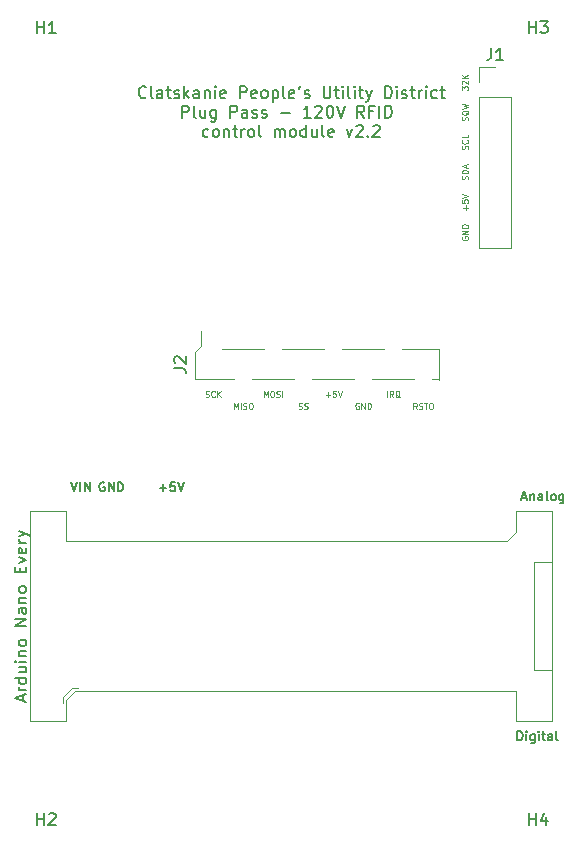
<source format=gto>
G04 #@! TF.GenerationSoftware,KiCad,Pcbnew,(5.1.5)-3*
G04 #@! TF.CreationDate,2020-07-28T07:49:15-07:00*
G04 #@! TF.ProjectId,Plug_Pass,506c7567-5f50-4617-9373-2e6b69636164,v2.2*
G04 #@! TF.SameCoordinates,Original*
G04 #@! TF.FileFunction,Legend,Top*
G04 #@! TF.FilePolarity,Positive*
%FSLAX46Y46*%
G04 Gerber Fmt 4.6, Leading zero omitted, Abs format (unit mm)*
G04 Created by KiCad (PCBNEW (5.1.5)-3) date 2020-07-28 07:49:15*
%MOMM*%
%LPD*%
G04 APERTURE LIST*
%ADD10C,0.150000*%
%ADD11C,0.120000*%
%ADD12C,0.125000*%
%ADD13C,0.127000*%
G04 APERTURE END LIST*
D10*
X140622285Y-64239142D02*
X140574666Y-64286761D01*
X140431809Y-64334380D01*
X140336571Y-64334380D01*
X140193714Y-64286761D01*
X140098476Y-64191523D01*
X140050857Y-64096285D01*
X140003238Y-63905809D01*
X140003238Y-63762952D01*
X140050857Y-63572476D01*
X140098476Y-63477238D01*
X140193714Y-63382000D01*
X140336571Y-63334380D01*
X140431809Y-63334380D01*
X140574666Y-63382000D01*
X140622285Y-63429619D01*
X141193714Y-64334380D02*
X141098476Y-64286761D01*
X141050857Y-64191523D01*
X141050857Y-63334380D01*
X142003238Y-64334380D02*
X142003238Y-63810571D01*
X141955619Y-63715333D01*
X141860380Y-63667714D01*
X141669904Y-63667714D01*
X141574666Y-63715333D01*
X142003238Y-64286761D02*
X141908000Y-64334380D01*
X141669904Y-64334380D01*
X141574666Y-64286761D01*
X141527047Y-64191523D01*
X141527047Y-64096285D01*
X141574666Y-64001047D01*
X141669904Y-63953428D01*
X141908000Y-63953428D01*
X142003238Y-63905809D01*
X142336571Y-63667714D02*
X142717523Y-63667714D01*
X142479428Y-63334380D02*
X142479428Y-64191523D01*
X142527047Y-64286761D01*
X142622285Y-64334380D01*
X142717523Y-64334380D01*
X143003238Y-64286761D02*
X143098476Y-64334380D01*
X143288952Y-64334380D01*
X143384190Y-64286761D01*
X143431809Y-64191523D01*
X143431809Y-64143904D01*
X143384190Y-64048666D01*
X143288952Y-64001047D01*
X143146095Y-64001047D01*
X143050857Y-63953428D01*
X143003238Y-63858190D01*
X143003238Y-63810571D01*
X143050857Y-63715333D01*
X143146095Y-63667714D01*
X143288952Y-63667714D01*
X143384190Y-63715333D01*
X143860380Y-64334380D02*
X143860380Y-63334380D01*
X143955619Y-63953428D02*
X144241333Y-64334380D01*
X144241333Y-63667714D02*
X143860380Y-64048666D01*
X145098476Y-64334380D02*
X145098476Y-63810571D01*
X145050857Y-63715333D01*
X144955619Y-63667714D01*
X144765142Y-63667714D01*
X144669904Y-63715333D01*
X145098476Y-64286761D02*
X145003238Y-64334380D01*
X144765142Y-64334380D01*
X144669904Y-64286761D01*
X144622285Y-64191523D01*
X144622285Y-64096285D01*
X144669904Y-64001047D01*
X144765142Y-63953428D01*
X145003238Y-63953428D01*
X145098476Y-63905809D01*
X145574666Y-63667714D02*
X145574666Y-64334380D01*
X145574666Y-63762952D02*
X145622285Y-63715333D01*
X145717523Y-63667714D01*
X145860380Y-63667714D01*
X145955619Y-63715333D01*
X146003238Y-63810571D01*
X146003238Y-64334380D01*
X146479428Y-64334380D02*
X146479428Y-63667714D01*
X146479428Y-63334380D02*
X146431809Y-63382000D01*
X146479428Y-63429619D01*
X146527047Y-63382000D01*
X146479428Y-63334380D01*
X146479428Y-63429619D01*
X147336571Y-64286761D02*
X147241333Y-64334380D01*
X147050857Y-64334380D01*
X146955619Y-64286761D01*
X146908000Y-64191523D01*
X146908000Y-63810571D01*
X146955619Y-63715333D01*
X147050857Y-63667714D01*
X147241333Y-63667714D01*
X147336571Y-63715333D01*
X147384190Y-63810571D01*
X147384190Y-63905809D01*
X146908000Y-64001047D01*
X148574666Y-64334380D02*
X148574666Y-63334380D01*
X148955619Y-63334380D01*
X149050857Y-63382000D01*
X149098476Y-63429619D01*
X149146095Y-63524857D01*
X149146095Y-63667714D01*
X149098476Y-63762952D01*
X149050857Y-63810571D01*
X148955619Y-63858190D01*
X148574666Y-63858190D01*
X149955619Y-64286761D02*
X149860380Y-64334380D01*
X149669904Y-64334380D01*
X149574666Y-64286761D01*
X149527047Y-64191523D01*
X149527047Y-63810571D01*
X149574666Y-63715333D01*
X149669904Y-63667714D01*
X149860380Y-63667714D01*
X149955619Y-63715333D01*
X150003238Y-63810571D01*
X150003238Y-63905809D01*
X149527047Y-64001047D01*
X150574666Y-64334380D02*
X150479428Y-64286761D01*
X150431809Y-64239142D01*
X150384190Y-64143904D01*
X150384190Y-63858190D01*
X150431809Y-63762952D01*
X150479428Y-63715333D01*
X150574666Y-63667714D01*
X150717523Y-63667714D01*
X150812761Y-63715333D01*
X150860380Y-63762952D01*
X150908000Y-63858190D01*
X150908000Y-64143904D01*
X150860380Y-64239142D01*
X150812761Y-64286761D01*
X150717523Y-64334380D01*
X150574666Y-64334380D01*
X151336571Y-63667714D02*
X151336571Y-64667714D01*
X151336571Y-63715333D02*
X151431809Y-63667714D01*
X151622285Y-63667714D01*
X151717523Y-63715333D01*
X151765142Y-63762952D01*
X151812761Y-63858190D01*
X151812761Y-64143904D01*
X151765142Y-64239142D01*
X151717523Y-64286761D01*
X151622285Y-64334380D01*
X151431809Y-64334380D01*
X151336571Y-64286761D01*
X152384190Y-64334380D02*
X152288952Y-64286761D01*
X152241333Y-64191523D01*
X152241333Y-63334380D01*
X153146095Y-64286761D02*
X153050857Y-64334380D01*
X152860380Y-64334380D01*
X152765142Y-64286761D01*
X152717523Y-64191523D01*
X152717523Y-63810571D01*
X152765142Y-63715333D01*
X152860380Y-63667714D01*
X153050857Y-63667714D01*
X153146095Y-63715333D01*
X153193714Y-63810571D01*
X153193714Y-63905809D01*
X152717523Y-64001047D01*
X153669904Y-63334380D02*
X153574666Y-63524857D01*
X154050857Y-64286761D02*
X154146095Y-64334380D01*
X154336571Y-64334380D01*
X154431809Y-64286761D01*
X154479428Y-64191523D01*
X154479428Y-64143904D01*
X154431809Y-64048666D01*
X154336571Y-64001047D01*
X154193714Y-64001047D01*
X154098476Y-63953428D01*
X154050857Y-63858190D01*
X154050857Y-63810571D01*
X154098476Y-63715333D01*
X154193714Y-63667714D01*
X154336571Y-63667714D01*
X154431809Y-63715333D01*
X155669904Y-63334380D02*
X155669904Y-64143904D01*
X155717523Y-64239142D01*
X155765142Y-64286761D01*
X155860380Y-64334380D01*
X156050857Y-64334380D01*
X156146095Y-64286761D01*
X156193714Y-64239142D01*
X156241333Y-64143904D01*
X156241333Y-63334380D01*
X156574666Y-63667714D02*
X156955619Y-63667714D01*
X156717523Y-63334380D02*
X156717523Y-64191523D01*
X156765142Y-64286761D01*
X156860380Y-64334380D01*
X156955619Y-64334380D01*
X157288952Y-64334380D02*
X157288952Y-63667714D01*
X157288952Y-63334380D02*
X157241333Y-63382000D01*
X157288952Y-63429619D01*
X157336571Y-63382000D01*
X157288952Y-63334380D01*
X157288952Y-63429619D01*
X157908000Y-64334380D02*
X157812761Y-64286761D01*
X157765142Y-64191523D01*
X157765142Y-63334380D01*
X158288952Y-64334380D02*
X158288952Y-63667714D01*
X158288952Y-63334380D02*
X158241333Y-63382000D01*
X158288952Y-63429619D01*
X158336571Y-63382000D01*
X158288952Y-63334380D01*
X158288952Y-63429619D01*
X158622285Y-63667714D02*
X159003238Y-63667714D01*
X158765142Y-63334380D02*
X158765142Y-64191523D01*
X158812761Y-64286761D01*
X158908000Y-64334380D01*
X159003238Y-64334380D01*
X159241333Y-63667714D02*
X159479428Y-64334380D01*
X159717523Y-63667714D02*
X159479428Y-64334380D01*
X159384190Y-64572476D01*
X159336571Y-64620095D01*
X159241333Y-64667714D01*
X160860380Y-64334380D02*
X160860380Y-63334380D01*
X161098476Y-63334380D01*
X161241333Y-63382000D01*
X161336571Y-63477238D01*
X161384190Y-63572476D01*
X161431809Y-63762952D01*
X161431809Y-63905809D01*
X161384190Y-64096285D01*
X161336571Y-64191523D01*
X161241333Y-64286761D01*
X161098476Y-64334380D01*
X160860380Y-64334380D01*
X161860380Y-64334380D02*
X161860380Y-63667714D01*
X161860380Y-63334380D02*
X161812761Y-63382000D01*
X161860380Y-63429619D01*
X161908000Y-63382000D01*
X161860380Y-63334380D01*
X161860380Y-63429619D01*
X162288952Y-64286761D02*
X162384190Y-64334380D01*
X162574666Y-64334380D01*
X162669904Y-64286761D01*
X162717523Y-64191523D01*
X162717523Y-64143904D01*
X162669904Y-64048666D01*
X162574666Y-64001047D01*
X162431809Y-64001047D01*
X162336571Y-63953428D01*
X162288952Y-63858190D01*
X162288952Y-63810571D01*
X162336571Y-63715333D01*
X162431809Y-63667714D01*
X162574666Y-63667714D01*
X162669904Y-63715333D01*
X163003238Y-63667714D02*
X163384190Y-63667714D01*
X163146095Y-63334380D02*
X163146095Y-64191523D01*
X163193714Y-64286761D01*
X163288952Y-64334380D01*
X163384190Y-64334380D01*
X163717523Y-64334380D02*
X163717523Y-63667714D01*
X163717523Y-63858190D02*
X163765142Y-63762952D01*
X163812761Y-63715333D01*
X163908000Y-63667714D01*
X164003238Y-63667714D01*
X164336571Y-64334380D02*
X164336571Y-63667714D01*
X164336571Y-63334380D02*
X164288952Y-63382000D01*
X164336571Y-63429619D01*
X164384190Y-63382000D01*
X164336571Y-63334380D01*
X164336571Y-63429619D01*
X165241333Y-64286761D02*
X165146095Y-64334380D01*
X164955619Y-64334380D01*
X164860380Y-64286761D01*
X164812761Y-64239142D01*
X164765142Y-64143904D01*
X164765142Y-63858190D01*
X164812761Y-63762952D01*
X164860380Y-63715333D01*
X164955619Y-63667714D01*
X165146095Y-63667714D01*
X165241333Y-63715333D01*
X165527047Y-63667714D02*
X165908000Y-63667714D01*
X165669904Y-63334380D02*
X165669904Y-64191523D01*
X165717523Y-64286761D01*
X165812761Y-64334380D01*
X165908000Y-64334380D01*
X143669904Y-65984380D02*
X143669904Y-64984380D01*
X144050857Y-64984380D01*
X144146095Y-65032000D01*
X144193714Y-65079619D01*
X144241333Y-65174857D01*
X144241333Y-65317714D01*
X144193714Y-65412952D01*
X144146095Y-65460571D01*
X144050857Y-65508190D01*
X143669904Y-65508190D01*
X144812761Y-65984380D02*
X144717523Y-65936761D01*
X144669904Y-65841523D01*
X144669904Y-64984380D01*
X145622285Y-65317714D02*
X145622285Y-65984380D01*
X145193714Y-65317714D02*
X145193714Y-65841523D01*
X145241333Y-65936761D01*
X145336571Y-65984380D01*
X145479428Y-65984380D01*
X145574666Y-65936761D01*
X145622285Y-65889142D01*
X146527047Y-65317714D02*
X146527047Y-66127238D01*
X146479428Y-66222476D01*
X146431809Y-66270095D01*
X146336571Y-66317714D01*
X146193714Y-66317714D01*
X146098476Y-66270095D01*
X146527047Y-65936761D02*
X146431809Y-65984380D01*
X146241333Y-65984380D01*
X146146095Y-65936761D01*
X146098476Y-65889142D01*
X146050857Y-65793904D01*
X146050857Y-65508190D01*
X146098476Y-65412952D01*
X146146095Y-65365333D01*
X146241333Y-65317714D01*
X146431809Y-65317714D01*
X146527047Y-65365333D01*
X147765142Y-65984380D02*
X147765142Y-64984380D01*
X148146095Y-64984380D01*
X148241333Y-65032000D01*
X148288952Y-65079619D01*
X148336571Y-65174857D01*
X148336571Y-65317714D01*
X148288952Y-65412952D01*
X148241333Y-65460571D01*
X148146095Y-65508190D01*
X147765142Y-65508190D01*
X149193714Y-65984380D02*
X149193714Y-65460571D01*
X149146095Y-65365333D01*
X149050857Y-65317714D01*
X148860380Y-65317714D01*
X148765142Y-65365333D01*
X149193714Y-65936761D02*
X149098476Y-65984380D01*
X148860380Y-65984380D01*
X148765142Y-65936761D01*
X148717523Y-65841523D01*
X148717523Y-65746285D01*
X148765142Y-65651047D01*
X148860380Y-65603428D01*
X149098476Y-65603428D01*
X149193714Y-65555809D01*
X149622285Y-65936761D02*
X149717523Y-65984380D01*
X149908000Y-65984380D01*
X150003238Y-65936761D01*
X150050857Y-65841523D01*
X150050857Y-65793904D01*
X150003238Y-65698666D01*
X149908000Y-65651047D01*
X149765142Y-65651047D01*
X149669904Y-65603428D01*
X149622285Y-65508190D01*
X149622285Y-65460571D01*
X149669904Y-65365333D01*
X149765142Y-65317714D01*
X149908000Y-65317714D01*
X150003238Y-65365333D01*
X150431809Y-65936761D02*
X150527047Y-65984380D01*
X150717523Y-65984380D01*
X150812761Y-65936761D01*
X150860380Y-65841523D01*
X150860380Y-65793904D01*
X150812761Y-65698666D01*
X150717523Y-65651047D01*
X150574666Y-65651047D01*
X150479428Y-65603428D01*
X150431809Y-65508190D01*
X150431809Y-65460571D01*
X150479428Y-65365333D01*
X150574666Y-65317714D01*
X150717523Y-65317714D01*
X150812761Y-65365333D01*
X152050857Y-65603428D02*
X152812761Y-65603428D01*
X154574666Y-65984380D02*
X154003238Y-65984380D01*
X154288952Y-65984380D02*
X154288952Y-64984380D01*
X154193714Y-65127238D01*
X154098476Y-65222476D01*
X154003238Y-65270095D01*
X154955619Y-65079619D02*
X155003238Y-65032000D01*
X155098476Y-64984380D01*
X155336571Y-64984380D01*
X155431809Y-65032000D01*
X155479428Y-65079619D01*
X155527047Y-65174857D01*
X155527047Y-65270095D01*
X155479428Y-65412952D01*
X154908000Y-65984380D01*
X155527047Y-65984380D01*
X156146095Y-64984380D02*
X156241333Y-64984380D01*
X156336571Y-65032000D01*
X156384190Y-65079619D01*
X156431809Y-65174857D01*
X156479428Y-65365333D01*
X156479428Y-65603428D01*
X156431809Y-65793904D01*
X156384190Y-65889142D01*
X156336571Y-65936761D01*
X156241333Y-65984380D01*
X156146095Y-65984380D01*
X156050857Y-65936761D01*
X156003238Y-65889142D01*
X155955619Y-65793904D01*
X155908000Y-65603428D01*
X155908000Y-65365333D01*
X155955619Y-65174857D01*
X156003238Y-65079619D01*
X156050857Y-65032000D01*
X156146095Y-64984380D01*
X156765142Y-64984380D02*
X157098476Y-65984380D01*
X157431809Y-64984380D01*
X159098476Y-65984380D02*
X158765142Y-65508190D01*
X158527047Y-65984380D02*
X158527047Y-64984380D01*
X158908000Y-64984380D01*
X159003238Y-65032000D01*
X159050857Y-65079619D01*
X159098476Y-65174857D01*
X159098476Y-65317714D01*
X159050857Y-65412952D01*
X159003238Y-65460571D01*
X158908000Y-65508190D01*
X158527047Y-65508190D01*
X159860380Y-65460571D02*
X159527047Y-65460571D01*
X159527047Y-65984380D02*
X159527047Y-64984380D01*
X160003238Y-64984380D01*
X160384190Y-65984380D02*
X160384190Y-64984380D01*
X160860380Y-65984380D02*
X160860380Y-64984380D01*
X161098476Y-64984380D01*
X161241333Y-65032000D01*
X161336571Y-65127238D01*
X161384190Y-65222476D01*
X161431809Y-65412952D01*
X161431809Y-65555809D01*
X161384190Y-65746285D01*
X161336571Y-65841523D01*
X161241333Y-65936761D01*
X161098476Y-65984380D01*
X160860380Y-65984380D01*
X145884190Y-67586761D02*
X145788952Y-67634380D01*
X145598476Y-67634380D01*
X145503238Y-67586761D01*
X145455619Y-67539142D01*
X145408000Y-67443904D01*
X145408000Y-67158190D01*
X145455619Y-67062952D01*
X145503238Y-67015333D01*
X145598476Y-66967714D01*
X145788952Y-66967714D01*
X145884190Y-67015333D01*
X146455619Y-67634380D02*
X146360380Y-67586761D01*
X146312761Y-67539142D01*
X146265142Y-67443904D01*
X146265142Y-67158190D01*
X146312761Y-67062952D01*
X146360380Y-67015333D01*
X146455619Y-66967714D01*
X146598476Y-66967714D01*
X146693714Y-67015333D01*
X146741333Y-67062952D01*
X146788952Y-67158190D01*
X146788952Y-67443904D01*
X146741333Y-67539142D01*
X146693714Y-67586761D01*
X146598476Y-67634380D01*
X146455619Y-67634380D01*
X147217523Y-66967714D02*
X147217523Y-67634380D01*
X147217523Y-67062952D02*
X147265142Y-67015333D01*
X147360380Y-66967714D01*
X147503238Y-66967714D01*
X147598476Y-67015333D01*
X147646095Y-67110571D01*
X147646095Y-67634380D01*
X147979428Y-66967714D02*
X148360380Y-66967714D01*
X148122285Y-66634380D02*
X148122285Y-67491523D01*
X148169904Y-67586761D01*
X148265142Y-67634380D01*
X148360380Y-67634380D01*
X148693714Y-67634380D02*
X148693714Y-66967714D01*
X148693714Y-67158190D02*
X148741333Y-67062952D01*
X148788952Y-67015333D01*
X148884190Y-66967714D01*
X148979428Y-66967714D01*
X149455619Y-67634380D02*
X149360380Y-67586761D01*
X149312761Y-67539142D01*
X149265142Y-67443904D01*
X149265142Y-67158190D01*
X149312761Y-67062952D01*
X149360380Y-67015333D01*
X149455619Y-66967714D01*
X149598476Y-66967714D01*
X149693714Y-67015333D01*
X149741333Y-67062952D01*
X149788952Y-67158190D01*
X149788952Y-67443904D01*
X149741333Y-67539142D01*
X149693714Y-67586761D01*
X149598476Y-67634380D01*
X149455619Y-67634380D01*
X150360380Y-67634380D02*
X150265142Y-67586761D01*
X150217523Y-67491523D01*
X150217523Y-66634380D01*
X151503238Y-67634380D02*
X151503238Y-66967714D01*
X151503238Y-67062952D02*
X151550857Y-67015333D01*
X151646095Y-66967714D01*
X151788952Y-66967714D01*
X151884190Y-67015333D01*
X151931809Y-67110571D01*
X151931809Y-67634380D01*
X151931809Y-67110571D02*
X151979428Y-67015333D01*
X152074666Y-66967714D01*
X152217523Y-66967714D01*
X152312761Y-67015333D01*
X152360380Y-67110571D01*
X152360380Y-67634380D01*
X152979428Y-67634380D02*
X152884190Y-67586761D01*
X152836571Y-67539142D01*
X152788952Y-67443904D01*
X152788952Y-67158190D01*
X152836571Y-67062952D01*
X152884190Y-67015333D01*
X152979428Y-66967714D01*
X153122285Y-66967714D01*
X153217523Y-67015333D01*
X153265142Y-67062952D01*
X153312761Y-67158190D01*
X153312761Y-67443904D01*
X153265142Y-67539142D01*
X153217523Y-67586761D01*
X153122285Y-67634380D01*
X152979428Y-67634380D01*
X154169904Y-67634380D02*
X154169904Y-66634380D01*
X154169904Y-67586761D02*
X154074666Y-67634380D01*
X153884190Y-67634380D01*
X153788952Y-67586761D01*
X153741333Y-67539142D01*
X153693714Y-67443904D01*
X153693714Y-67158190D01*
X153741333Y-67062952D01*
X153788952Y-67015333D01*
X153884190Y-66967714D01*
X154074666Y-66967714D01*
X154169904Y-67015333D01*
X155074666Y-66967714D02*
X155074666Y-67634380D01*
X154646095Y-66967714D02*
X154646095Y-67491523D01*
X154693714Y-67586761D01*
X154788952Y-67634380D01*
X154931809Y-67634380D01*
X155027047Y-67586761D01*
X155074666Y-67539142D01*
X155693714Y-67634380D02*
X155598476Y-67586761D01*
X155550857Y-67491523D01*
X155550857Y-66634380D01*
X156455619Y-67586761D02*
X156360380Y-67634380D01*
X156169904Y-67634380D01*
X156074666Y-67586761D01*
X156027047Y-67491523D01*
X156027047Y-67110571D01*
X156074666Y-67015333D01*
X156169904Y-66967714D01*
X156360380Y-66967714D01*
X156455619Y-67015333D01*
X156503238Y-67110571D01*
X156503238Y-67205809D01*
X156027047Y-67301047D01*
X157598476Y-66967714D02*
X157836571Y-67634380D01*
X158074666Y-66967714D01*
X158408000Y-66729619D02*
X158455619Y-66682000D01*
X158550857Y-66634380D01*
X158788952Y-66634380D01*
X158884190Y-66682000D01*
X158931809Y-66729619D01*
X158979428Y-66824857D01*
X158979428Y-66920095D01*
X158931809Y-67062952D01*
X158360380Y-67634380D01*
X158979428Y-67634380D01*
X159408000Y-67539142D02*
X159455619Y-67586761D01*
X159408000Y-67634380D01*
X159360380Y-67586761D01*
X159408000Y-67539142D01*
X159408000Y-67634380D01*
X159836571Y-66729619D02*
X159884190Y-66682000D01*
X159979428Y-66634380D01*
X160217523Y-66634380D01*
X160312761Y-66682000D01*
X160360380Y-66729619D01*
X160408000Y-66824857D01*
X160408000Y-66920095D01*
X160360380Y-67062952D01*
X159788952Y-67634380D01*
X160408000Y-67634380D01*
D11*
X165354000Y-85598000D02*
X162306000Y-85598000D01*
X164846000Y-88138000D02*
X165354000Y-88138000D01*
X159766000Y-88138000D02*
X163322000Y-88138000D01*
X157226000Y-85598000D02*
X160782000Y-85598000D01*
X154686000Y-88138000D02*
X158242000Y-88138000D01*
X152146000Y-85598000D02*
X155702000Y-85598000D01*
X147066000Y-85598000D02*
X150622000Y-85598000D01*
X149606000Y-88138000D02*
X153162000Y-88138000D01*
X144780000Y-88138000D02*
X148082000Y-88138000D01*
X144780000Y-85852000D02*
X144780000Y-88138000D01*
X145288000Y-85344000D02*
X144780000Y-85852000D01*
X145288000Y-84074000D02*
X145288000Y-85344000D01*
X165414000Y-88198000D02*
X165414000Y-85538000D01*
X133604000Y-115062000D02*
X133604000Y-115570000D01*
X134366000Y-114300000D02*
X133604000Y-115062000D01*
X134874000Y-114300000D02*
X134366000Y-114300000D01*
X173482000Y-112776000D02*
X175006000Y-112776000D01*
X173482000Y-103632000D02*
X173482000Y-112776000D01*
X175006000Y-103632000D02*
X173482000Y-103632000D01*
X175006000Y-99314000D02*
X171958000Y-99314000D01*
X175006000Y-117094000D02*
X175006000Y-99314000D01*
X171958000Y-117094000D02*
X175006000Y-117094000D01*
X171958000Y-114554000D02*
X171958000Y-117094000D01*
X134620000Y-114554000D02*
X171958000Y-114554000D01*
X133858000Y-115316000D02*
X134620000Y-114554000D01*
X133858000Y-117094000D02*
X133858000Y-115316000D01*
X130810000Y-117094000D02*
X133858000Y-117094000D01*
X130810000Y-99314000D02*
X130810000Y-117094000D01*
X133858000Y-99314000D02*
X130810000Y-99314000D01*
X133858000Y-101854000D02*
X133858000Y-99314000D01*
X171196000Y-101854000D02*
X133858000Y-101854000D01*
X171958000Y-101092000D02*
X171196000Y-101854000D01*
X171958000Y-99314000D02*
X171958000Y-101092000D01*
X168850000Y-61662000D02*
X170180000Y-61662000D01*
X168850000Y-62992000D02*
X168850000Y-61662000D01*
X168850000Y-64262000D02*
X171510000Y-64262000D01*
X171510000Y-64262000D02*
X171510000Y-77022000D01*
X168850000Y-64262000D02*
X168850000Y-77022000D01*
X168850000Y-77022000D02*
X171510000Y-77022000D01*
D10*
X142986380Y-87201333D02*
X143700666Y-87201333D01*
X143843523Y-87248952D01*
X143938761Y-87344190D01*
X143986380Y-87487047D01*
X143986380Y-87582285D01*
X143081619Y-86772761D02*
X143034000Y-86725142D01*
X142986380Y-86629904D01*
X142986380Y-86391809D01*
X143034000Y-86296571D01*
X143081619Y-86248952D01*
X143176857Y-86201333D01*
X143272095Y-86201333D01*
X143414952Y-86248952D01*
X143986380Y-86820380D01*
X143986380Y-86201333D01*
D12*
X163548285Y-90650190D02*
X163381619Y-90412095D01*
X163262571Y-90650190D02*
X163262571Y-90150190D01*
X163453047Y-90150190D01*
X163500666Y-90174000D01*
X163524476Y-90197809D01*
X163548285Y-90245428D01*
X163548285Y-90316857D01*
X163524476Y-90364476D01*
X163500666Y-90388285D01*
X163453047Y-90412095D01*
X163262571Y-90412095D01*
X163738761Y-90626380D02*
X163810190Y-90650190D01*
X163929238Y-90650190D01*
X163976857Y-90626380D01*
X164000666Y-90602571D01*
X164024476Y-90554952D01*
X164024476Y-90507333D01*
X164000666Y-90459714D01*
X163976857Y-90435904D01*
X163929238Y-90412095D01*
X163834000Y-90388285D01*
X163786380Y-90364476D01*
X163762571Y-90340666D01*
X163738761Y-90293047D01*
X163738761Y-90245428D01*
X163762571Y-90197809D01*
X163786380Y-90174000D01*
X163834000Y-90150190D01*
X163953047Y-90150190D01*
X164024476Y-90174000D01*
X164167333Y-90150190D02*
X164453047Y-90150190D01*
X164310190Y-90650190D02*
X164310190Y-90150190D01*
X164714952Y-90150190D02*
X164810190Y-90150190D01*
X164857809Y-90174000D01*
X164905428Y-90221619D01*
X164929238Y-90316857D01*
X164929238Y-90483523D01*
X164905428Y-90578761D01*
X164857809Y-90626380D01*
X164810190Y-90650190D01*
X164714952Y-90650190D01*
X164667333Y-90626380D01*
X164619714Y-90578761D01*
X164595904Y-90483523D01*
X164595904Y-90316857D01*
X164619714Y-90221619D01*
X164667333Y-90174000D01*
X164714952Y-90150190D01*
X161032095Y-89634190D02*
X161032095Y-89134190D01*
X161555904Y-89634190D02*
X161389238Y-89396095D01*
X161270190Y-89634190D02*
X161270190Y-89134190D01*
X161460666Y-89134190D01*
X161508285Y-89158000D01*
X161532095Y-89181809D01*
X161555904Y-89229428D01*
X161555904Y-89300857D01*
X161532095Y-89348476D01*
X161508285Y-89372285D01*
X161460666Y-89396095D01*
X161270190Y-89396095D01*
X162103523Y-89681809D02*
X162055904Y-89658000D01*
X162008285Y-89610380D01*
X161936857Y-89538952D01*
X161889238Y-89515142D01*
X161841619Y-89515142D01*
X161865428Y-89634190D02*
X161817809Y-89610380D01*
X161770190Y-89562761D01*
X161746380Y-89467523D01*
X161746380Y-89300857D01*
X161770190Y-89205619D01*
X161817809Y-89158000D01*
X161865428Y-89134190D01*
X161960666Y-89134190D01*
X162008285Y-89158000D01*
X162055904Y-89205619D01*
X162079714Y-89300857D01*
X162079714Y-89467523D01*
X162055904Y-89562761D01*
X162008285Y-89610380D01*
X161960666Y-89634190D01*
X161865428Y-89634190D01*
X158623047Y-90174000D02*
X158575428Y-90150190D01*
X158504000Y-90150190D01*
X158432571Y-90174000D01*
X158384952Y-90221619D01*
X158361142Y-90269238D01*
X158337333Y-90364476D01*
X158337333Y-90435904D01*
X158361142Y-90531142D01*
X158384952Y-90578761D01*
X158432571Y-90626380D01*
X158504000Y-90650190D01*
X158551619Y-90650190D01*
X158623047Y-90626380D01*
X158646857Y-90602571D01*
X158646857Y-90435904D01*
X158551619Y-90435904D01*
X158861142Y-90650190D02*
X158861142Y-90150190D01*
X159146857Y-90650190D01*
X159146857Y-90150190D01*
X159384952Y-90650190D02*
X159384952Y-90150190D01*
X159504000Y-90150190D01*
X159575428Y-90174000D01*
X159623047Y-90221619D01*
X159646857Y-90269238D01*
X159670666Y-90364476D01*
X159670666Y-90435904D01*
X159646857Y-90531142D01*
X159623047Y-90578761D01*
X159575428Y-90626380D01*
X159504000Y-90650190D01*
X159384952Y-90650190D01*
X155821142Y-89443714D02*
X156202095Y-89443714D01*
X156011619Y-89634190D02*
X156011619Y-89253238D01*
X156678285Y-89134190D02*
X156440190Y-89134190D01*
X156416380Y-89372285D01*
X156440190Y-89348476D01*
X156487809Y-89324666D01*
X156606857Y-89324666D01*
X156654476Y-89348476D01*
X156678285Y-89372285D01*
X156702095Y-89419904D01*
X156702095Y-89538952D01*
X156678285Y-89586571D01*
X156654476Y-89610380D01*
X156606857Y-89634190D01*
X156487809Y-89634190D01*
X156440190Y-89610380D01*
X156416380Y-89586571D01*
X156844952Y-89134190D02*
X157011619Y-89634190D01*
X157178285Y-89134190D01*
X153543047Y-90626380D02*
X153614476Y-90650190D01*
X153733523Y-90650190D01*
X153781142Y-90626380D01*
X153804952Y-90602571D01*
X153828761Y-90554952D01*
X153828761Y-90507333D01*
X153804952Y-90459714D01*
X153781142Y-90435904D01*
X153733523Y-90412095D01*
X153638285Y-90388285D01*
X153590666Y-90364476D01*
X153566857Y-90340666D01*
X153543047Y-90293047D01*
X153543047Y-90245428D01*
X153566857Y-90197809D01*
X153590666Y-90174000D01*
X153638285Y-90150190D01*
X153757333Y-90150190D01*
X153828761Y-90174000D01*
X154019238Y-90626380D02*
X154090666Y-90650190D01*
X154209714Y-90650190D01*
X154257333Y-90626380D01*
X154281142Y-90602571D01*
X154304952Y-90554952D01*
X154304952Y-90507333D01*
X154281142Y-90459714D01*
X154257333Y-90435904D01*
X154209714Y-90412095D01*
X154114476Y-90388285D01*
X154066857Y-90364476D01*
X154043047Y-90340666D01*
X154019238Y-90293047D01*
X154019238Y-90245428D01*
X154043047Y-90197809D01*
X154066857Y-90174000D01*
X154114476Y-90150190D01*
X154233523Y-90150190D01*
X154304952Y-90174000D01*
X150598285Y-89634190D02*
X150598285Y-89134190D01*
X150764952Y-89491333D01*
X150931619Y-89134190D01*
X150931619Y-89634190D01*
X151264952Y-89134190D02*
X151360190Y-89134190D01*
X151407809Y-89158000D01*
X151455428Y-89205619D01*
X151479238Y-89300857D01*
X151479238Y-89467523D01*
X151455428Y-89562761D01*
X151407809Y-89610380D01*
X151360190Y-89634190D01*
X151264952Y-89634190D01*
X151217333Y-89610380D01*
X151169714Y-89562761D01*
X151145904Y-89467523D01*
X151145904Y-89300857D01*
X151169714Y-89205619D01*
X151217333Y-89158000D01*
X151264952Y-89134190D01*
X151669714Y-89610380D02*
X151741142Y-89634190D01*
X151860190Y-89634190D01*
X151907809Y-89610380D01*
X151931619Y-89586571D01*
X151955428Y-89538952D01*
X151955428Y-89491333D01*
X151931619Y-89443714D01*
X151907809Y-89419904D01*
X151860190Y-89396095D01*
X151764952Y-89372285D01*
X151717333Y-89348476D01*
X151693523Y-89324666D01*
X151669714Y-89277047D01*
X151669714Y-89229428D01*
X151693523Y-89181809D01*
X151717333Y-89158000D01*
X151764952Y-89134190D01*
X151884000Y-89134190D01*
X151955428Y-89158000D01*
X152169714Y-89634190D02*
X152169714Y-89134190D01*
X148058285Y-90650190D02*
X148058285Y-90150190D01*
X148224952Y-90507333D01*
X148391619Y-90150190D01*
X148391619Y-90650190D01*
X148629714Y-90650190D02*
X148629714Y-90150190D01*
X148844000Y-90626380D02*
X148915428Y-90650190D01*
X149034476Y-90650190D01*
X149082095Y-90626380D01*
X149105904Y-90602571D01*
X149129714Y-90554952D01*
X149129714Y-90507333D01*
X149105904Y-90459714D01*
X149082095Y-90435904D01*
X149034476Y-90412095D01*
X148939238Y-90388285D01*
X148891619Y-90364476D01*
X148867809Y-90340666D01*
X148844000Y-90293047D01*
X148844000Y-90245428D01*
X148867809Y-90197809D01*
X148891619Y-90174000D01*
X148939238Y-90150190D01*
X149058285Y-90150190D01*
X149129714Y-90174000D01*
X149439238Y-90150190D02*
X149534476Y-90150190D01*
X149582095Y-90174000D01*
X149629714Y-90221619D01*
X149653523Y-90316857D01*
X149653523Y-90483523D01*
X149629714Y-90578761D01*
X149582095Y-90626380D01*
X149534476Y-90650190D01*
X149439238Y-90650190D01*
X149391619Y-90626380D01*
X149344000Y-90578761D01*
X149320190Y-90483523D01*
X149320190Y-90316857D01*
X149344000Y-90221619D01*
X149391619Y-90174000D01*
X149439238Y-90150190D01*
X145661142Y-89610380D02*
X145732571Y-89634190D01*
X145851619Y-89634190D01*
X145899238Y-89610380D01*
X145923047Y-89586571D01*
X145946857Y-89538952D01*
X145946857Y-89491333D01*
X145923047Y-89443714D01*
X145899238Y-89419904D01*
X145851619Y-89396095D01*
X145756380Y-89372285D01*
X145708761Y-89348476D01*
X145684952Y-89324666D01*
X145661142Y-89277047D01*
X145661142Y-89229428D01*
X145684952Y-89181809D01*
X145708761Y-89158000D01*
X145756380Y-89134190D01*
X145875428Y-89134190D01*
X145946857Y-89158000D01*
X146446857Y-89586571D02*
X146423047Y-89610380D01*
X146351619Y-89634190D01*
X146304000Y-89634190D01*
X146232571Y-89610380D01*
X146184952Y-89562761D01*
X146161142Y-89515142D01*
X146137333Y-89419904D01*
X146137333Y-89348476D01*
X146161142Y-89253238D01*
X146184952Y-89205619D01*
X146232571Y-89158000D01*
X146304000Y-89134190D01*
X146351619Y-89134190D01*
X146423047Y-89158000D01*
X146446857Y-89181809D01*
X146661142Y-89634190D02*
X146661142Y-89134190D01*
X146946857Y-89634190D02*
X146732571Y-89348476D01*
X146946857Y-89134190D02*
X146661142Y-89419904D01*
D10*
X130214666Y-115394476D02*
X130214666Y-114918285D01*
X130500380Y-115489714D02*
X129500380Y-115156380D01*
X130500380Y-114823047D01*
X130500380Y-114489714D02*
X129833714Y-114489714D01*
X130024190Y-114489714D02*
X129928952Y-114442095D01*
X129881333Y-114394476D01*
X129833714Y-114299238D01*
X129833714Y-114204000D01*
X130500380Y-113442095D02*
X129500380Y-113442095D01*
X130452761Y-113442095D02*
X130500380Y-113537333D01*
X130500380Y-113727809D01*
X130452761Y-113823047D01*
X130405142Y-113870666D01*
X130309904Y-113918285D01*
X130024190Y-113918285D01*
X129928952Y-113870666D01*
X129881333Y-113823047D01*
X129833714Y-113727809D01*
X129833714Y-113537333D01*
X129881333Y-113442095D01*
X129833714Y-112537333D02*
X130500380Y-112537333D01*
X129833714Y-112965904D02*
X130357523Y-112965904D01*
X130452761Y-112918285D01*
X130500380Y-112823047D01*
X130500380Y-112680190D01*
X130452761Y-112584952D01*
X130405142Y-112537333D01*
X130500380Y-112061142D02*
X129833714Y-112061142D01*
X129500380Y-112061142D02*
X129548000Y-112108761D01*
X129595619Y-112061142D01*
X129548000Y-112013523D01*
X129500380Y-112061142D01*
X129595619Y-112061142D01*
X129833714Y-111584952D02*
X130500380Y-111584952D01*
X129928952Y-111584952D02*
X129881333Y-111537333D01*
X129833714Y-111442095D01*
X129833714Y-111299238D01*
X129881333Y-111204000D01*
X129976571Y-111156380D01*
X130500380Y-111156380D01*
X130500380Y-110537333D02*
X130452761Y-110632571D01*
X130405142Y-110680190D01*
X130309904Y-110727809D01*
X130024190Y-110727809D01*
X129928952Y-110680190D01*
X129881333Y-110632571D01*
X129833714Y-110537333D01*
X129833714Y-110394476D01*
X129881333Y-110299238D01*
X129928952Y-110251619D01*
X130024190Y-110204000D01*
X130309904Y-110204000D01*
X130405142Y-110251619D01*
X130452761Y-110299238D01*
X130500380Y-110394476D01*
X130500380Y-110537333D01*
X130500380Y-109013523D02*
X129500380Y-109013523D01*
X130500380Y-108442095D01*
X129500380Y-108442095D01*
X130500380Y-107537333D02*
X129976571Y-107537333D01*
X129881333Y-107584952D01*
X129833714Y-107680190D01*
X129833714Y-107870666D01*
X129881333Y-107965904D01*
X130452761Y-107537333D02*
X130500380Y-107632571D01*
X130500380Y-107870666D01*
X130452761Y-107965904D01*
X130357523Y-108013523D01*
X130262285Y-108013523D01*
X130167047Y-107965904D01*
X130119428Y-107870666D01*
X130119428Y-107632571D01*
X130071809Y-107537333D01*
X129833714Y-107061142D02*
X130500380Y-107061142D01*
X129928952Y-107061142D02*
X129881333Y-107013523D01*
X129833714Y-106918285D01*
X129833714Y-106775428D01*
X129881333Y-106680190D01*
X129976571Y-106632571D01*
X130500380Y-106632571D01*
X130500380Y-106013523D02*
X130452761Y-106108761D01*
X130405142Y-106156380D01*
X130309904Y-106204000D01*
X130024190Y-106204000D01*
X129928952Y-106156380D01*
X129881333Y-106108761D01*
X129833714Y-106013523D01*
X129833714Y-105870666D01*
X129881333Y-105775428D01*
X129928952Y-105727809D01*
X130024190Y-105680190D01*
X130309904Y-105680190D01*
X130405142Y-105727809D01*
X130452761Y-105775428D01*
X130500380Y-105870666D01*
X130500380Y-106013523D01*
X129976571Y-104489714D02*
X129976571Y-104156380D01*
X130500380Y-104013523D02*
X130500380Y-104489714D01*
X129500380Y-104489714D01*
X129500380Y-104013523D01*
X129833714Y-103680190D02*
X130500380Y-103442095D01*
X129833714Y-103204000D01*
X130452761Y-102442095D02*
X130500380Y-102537333D01*
X130500380Y-102727809D01*
X130452761Y-102823047D01*
X130357523Y-102870666D01*
X129976571Y-102870666D01*
X129881333Y-102823047D01*
X129833714Y-102727809D01*
X129833714Y-102537333D01*
X129881333Y-102442095D01*
X129976571Y-102394476D01*
X130071809Y-102394476D01*
X130167047Y-102870666D01*
X130500380Y-101965904D02*
X129833714Y-101965904D01*
X130024190Y-101965904D02*
X129928952Y-101918285D01*
X129881333Y-101870666D01*
X129833714Y-101775428D01*
X129833714Y-101680190D01*
X129833714Y-101442095D02*
X130500380Y-101204000D01*
X129833714Y-100965904D02*
X130500380Y-101204000D01*
X130738476Y-101299238D01*
X130786095Y-101346857D01*
X130833714Y-101442095D01*
D13*
X141768285Y-97336428D02*
X142348857Y-97336428D01*
X142058571Y-97626714D02*
X142058571Y-97046142D01*
X143074571Y-96864714D02*
X142711714Y-96864714D01*
X142675428Y-97227571D01*
X142711714Y-97191285D01*
X142784285Y-97155000D01*
X142965714Y-97155000D01*
X143038285Y-97191285D01*
X143074571Y-97227571D01*
X143110857Y-97300142D01*
X143110857Y-97481571D01*
X143074571Y-97554142D01*
X143038285Y-97590428D01*
X142965714Y-97626714D01*
X142784285Y-97626714D01*
X142711714Y-97590428D01*
X142675428Y-97554142D01*
X143328571Y-96864714D02*
X143582571Y-97626714D01*
X143836571Y-96864714D01*
X137087428Y-96901000D02*
X137014857Y-96864714D01*
X136906000Y-96864714D01*
X136797142Y-96901000D01*
X136724571Y-96973571D01*
X136688285Y-97046142D01*
X136652000Y-97191285D01*
X136652000Y-97300142D01*
X136688285Y-97445285D01*
X136724571Y-97517857D01*
X136797142Y-97590428D01*
X136906000Y-97626714D01*
X136978571Y-97626714D01*
X137087428Y-97590428D01*
X137123714Y-97554142D01*
X137123714Y-97300142D01*
X136978571Y-97300142D01*
X137450285Y-97626714D02*
X137450285Y-96864714D01*
X137885714Y-97626714D01*
X137885714Y-96864714D01*
X138248571Y-97626714D02*
X138248571Y-96864714D01*
X138430000Y-96864714D01*
X138538857Y-96901000D01*
X138611428Y-96973571D01*
X138647714Y-97046142D01*
X138684000Y-97191285D01*
X138684000Y-97300142D01*
X138647714Y-97445285D01*
X138611428Y-97517857D01*
X138538857Y-97590428D01*
X138430000Y-97626714D01*
X138248571Y-97626714D01*
X137087428Y-96901000D02*
X137014857Y-96864714D01*
X136906000Y-96864714D01*
X136797142Y-96901000D01*
X136724571Y-96973571D01*
X136688285Y-97046142D01*
X136652000Y-97191285D01*
X136652000Y-97300142D01*
X136688285Y-97445285D01*
X136724571Y-97517857D01*
X136797142Y-97590428D01*
X136906000Y-97626714D01*
X136978571Y-97626714D01*
X137087428Y-97590428D01*
X137123714Y-97554142D01*
X137123714Y-97300142D01*
X136978571Y-97300142D01*
X137450285Y-97626714D02*
X137450285Y-96864714D01*
X137885714Y-97626714D01*
X137885714Y-96864714D01*
X138248571Y-97626714D02*
X138248571Y-96864714D01*
X138430000Y-96864714D01*
X138538857Y-96901000D01*
X138611428Y-96973571D01*
X138647714Y-97046142D01*
X138684000Y-97191285D01*
X138684000Y-97300142D01*
X138647714Y-97445285D01*
X138611428Y-97517857D01*
X138538857Y-97590428D01*
X138430000Y-97626714D01*
X138248571Y-97626714D01*
X134293428Y-96864714D02*
X134547428Y-97626714D01*
X134801428Y-96864714D01*
X135055428Y-97626714D02*
X135055428Y-96864714D01*
X135418285Y-97626714D02*
X135418285Y-96864714D01*
X135853714Y-97626714D01*
X135853714Y-96864714D01*
X172484142Y-98171000D02*
X172847000Y-98171000D01*
X172411571Y-98388714D02*
X172665571Y-97626714D01*
X172919571Y-98388714D01*
X173173571Y-97880714D02*
X173173571Y-98388714D01*
X173173571Y-97953285D02*
X173209857Y-97917000D01*
X173282428Y-97880714D01*
X173391285Y-97880714D01*
X173463857Y-97917000D01*
X173500142Y-97989571D01*
X173500142Y-98388714D01*
X174189571Y-98388714D02*
X174189571Y-97989571D01*
X174153285Y-97917000D01*
X174080714Y-97880714D01*
X173935571Y-97880714D01*
X173863000Y-97917000D01*
X174189571Y-98352428D02*
X174117000Y-98388714D01*
X173935571Y-98388714D01*
X173863000Y-98352428D01*
X173826714Y-98279857D01*
X173826714Y-98207285D01*
X173863000Y-98134714D01*
X173935571Y-98098428D01*
X174117000Y-98098428D01*
X174189571Y-98062142D01*
X174661285Y-98388714D02*
X174588714Y-98352428D01*
X174552428Y-98279857D01*
X174552428Y-97626714D01*
X175060428Y-98388714D02*
X174987857Y-98352428D01*
X174951571Y-98316142D01*
X174915285Y-98243571D01*
X174915285Y-98025857D01*
X174951571Y-97953285D01*
X174987857Y-97917000D01*
X175060428Y-97880714D01*
X175169285Y-97880714D01*
X175241857Y-97917000D01*
X175278142Y-97953285D01*
X175314428Y-98025857D01*
X175314428Y-98243571D01*
X175278142Y-98316142D01*
X175241857Y-98352428D01*
X175169285Y-98388714D01*
X175060428Y-98388714D01*
X175967571Y-97880714D02*
X175967571Y-98497571D01*
X175931285Y-98570142D01*
X175895000Y-98606428D01*
X175822428Y-98642714D01*
X175713571Y-98642714D01*
X175641000Y-98606428D01*
X175967571Y-98352428D02*
X175895000Y-98388714D01*
X175749857Y-98388714D01*
X175677285Y-98352428D01*
X175641000Y-98316142D01*
X175604714Y-98243571D01*
X175604714Y-98025857D01*
X175641000Y-97953285D01*
X175677285Y-97917000D01*
X175749857Y-97880714D01*
X175895000Y-97880714D01*
X175967571Y-97917000D01*
X172066857Y-118708714D02*
X172066857Y-117946714D01*
X172248285Y-117946714D01*
X172357142Y-117983000D01*
X172429714Y-118055571D01*
X172466000Y-118128142D01*
X172502285Y-118273285D01*
X172502285Y-118382142D01*
X172466000Y-118527285D01*
X172429714Y-118599857D01*
X172357142Y-118672428D01*
X172248285Y-118708714D01*
X172066857Y-118708714D01*
X172828857Y-118708714D02*
X172828857Y-118200714D01*
X172828857Y-117946714D02*
X172792571Y-117983000D01*
X172828857Y-118019285D01*
X172865142Y-117983000D01*
X172828857Y-117946714D01*
X172828857Y-118019285D01*
X173518285Y-118200714D02*
X173518285Y-118817571D01*
X173482000Y-118890142D01*
X173445714Y-118926428D01*
X173373142Y-118962714D01*
X173264285Y-118962714D01*
X173191714Y-118926428D01*
X173518285Y-118672428D02*
X173445714Y-118708714D01*
X173300571Y-118708714D01*
X173228000Y-118672428D01*
X173191714Y-118636142D01*
X173155428Y-118563571D01*
X173155428Y-118345857D01*
X173191714Y-118273285D01*
X173228000Y-118237000D01*
X173300571Y-118200714D01*
X173445714Y-118200714D01*
X173518285Y-118237000D01*
X173881142Y-118708714D02*
X173881142Y-118200714D01*
X173881142Y-117946714D02*
X173844857Y-117983000D01*
X173881142Y-118019285D01*
X173917428Y-117983000D01*
X173881142Y-117946714D01*
X173881142Y-118019285D01*
X174135142Y-118200714D02*
X174425428Y-118200714D01*
X174244000Y-117946714D02*
X174244000Y-118599857D01*
X174280285Y-118672428D01*
X174352857Y-118708714D01*
X174425428Y-118708714D01*
X175006000Y-118708714D02*
X175006000Y-118309571D01*
X174969714Y-118237000D01*
X174897142Y-118200714D01*
X174752000Y-118200714D01*
X174679428Y-118237000D01*
X175006000Y-118672428D02*
X174933428Y-118708714D01*
X174752000Y-118708714D01*
X174679428Y-118672428D01*
X174643142Y-118599857D01*
X174643142Y-118527285D01*
X174679428Y-118454714D01*
X174752000Y-118418428D01*
X174933428Y-118418428D01*
X175006000Y-118382142D01*
X175477714Y-118708714D02*
X175405142Y-118672428D01*
X175368857Y-118599857D01*
X175368857Y-117946714D01*
D10*
X169846666Y-60114380D02*
X169846666Y-60828666D01*
X169799047Y-60971523D01*
X169703809Y-61066761D01*
X169560952Y-61114380D01*
X169465714Y-61114380D01*
X170846666Y-61114380D02*
X170275238Y-61114380D01*
X170560952Y-61114380D02*
X170560952Y-60114380D01*
X170465714Y-60257238D01*
X170370476Y-60352476D01*
X170275238Y-60400095D01*
D12*
X167390000Y-76072952D02*
X167366190Y-76120571D01*
X167366190Y-76192000D01*
X167390000Y-76263428D01*
X167437619Y-76311047D01*
X167485238Y-76334857D01*
X167580476Y-76358666D01*
X167651904Y-76358666D01*
X167747142Y-76334857D01*
X167794761Y-76311047D01*
X167842380Y-76263428D01*
X167866190Y-76192000D01*
X167866190Y-76144380D01*
X167842380Y-76072952D01*
X167818571Y-76049142D01*
X167651904Y-76049142D01*
X167651904Y-76144380D01*
X167866190Y-75834857D02*
X167366190Y-75834857D01*
X167866190Y-75549142D01*
X167366190Y-75549142D01*
X167866190Y-75311047D02*
X167366190Y-75311047D01*
X167366190Y-75192000D01*
X167390000Y-75120571D01*
X167437619Y-75072952D01*
X167485238Y-75049142D01*
X167580476Y-75025333D01*
X167651904Y-75025333D01*
X167747142Y-75049142D01*
X167794761Y-75072952D01*
X167842380Y-75120571D01*
X167866190Y-75192000D01*
X167866190Y-75311047D01*
X167675714Y-73794857D02*
X167675714Y-73413904D01*
X167866190Y-73604380D02*
X167485238Y-73604380D01*
X167366190Y-72937714D02*
X167366190Y-73175809D01*
X167604285Y-73199619D01*
X167580476Y-73175809D01*
X167556666Y-73128190D01*
X167556666Y-73009142D01*
X167580476Y-72961523D01*
X167604285Y-72937714D01*
X167651904Y-72913904D01*
X167770952Y-72913904D01*
X167818571Y-72937714D01*
X167842380Y-72961523D01*
X167866190Y-73009142D01*
X167866190Y-73128190D01*
X167842380Y-73175809D01*
X167818571Y-73199619D01*
X167366190Y-72771047D02*
X167866190Y-72604380D01*
X167366190Y-72437714D01*
X167842380Y-71219142D02*
X167866190Y-71147714D01*
X167866190Y-71028666D01*
X167842380Y-70981047D01*
X167818571Y-70957238D01*
X167770952Y-70933428D01*
X167723333Y-70933428D01*
X167675714Y-70957238D01*
X167651904Y-70981047D01*
X167628095Y-71028666D01*
X167604285Y-71123904D01*
X167580476Y-71171523D01*
X167556666Y-71195333D01*
X167509047Y-71219142D01*
X167461428Y-71219142D01*
X167413809Y-71195333D01*
X167390000Y-71171523D01*
X167366190Y-71123904D01*
X167366190Y-71004857D01*
X167390000Y-70933428D01*
X167866190Y-70719142D02*
X167366190Y-70719142D01*
X167366190Y-70600095D01*
X167390000Y-70528666D01*
X167437619Y-70481047D01*
X167485238Y-70457238D01*
X167580476Y-70433428D01*
X167651904Y-70433428D01*
X167747142Y-70457238D01*
X167794761Y-70481047D01*
X167842380Y-70528666D01*
X167866190Y-70600095D01*
X167866190Y-70719142D01*
X167723333Y-70242952D02*
X167723333Y-70004857D01*
X167866190Y-70290571D02*
X167366190Y-70123904D01*
X167866190Y-69957238D01*
X167842380Y-68667238D02*
X167866190Y-68595809D01*
X167866190Y-68476761D01*
X167842380Y-68429142D01*
X167818571Y-68405333D01*
X167770952Y-68381523D01*
X167723333Y-68381523D01*
X167675714Y-68405333D01*
X167651904Y-68429142D01*
X167628095Y-68476761D01*
X167604285Y-68572000D01*
X167580476Y-68619619D01*
X167556666Y-68643428D01*
X167509047Y-68667238D01*
X167461428Y-68667238D01*
X167413809Y-68643428D01*
X167390000Y-68619619D01*
X167366190Y-68572000D01*
X167366190Y-68452952D01*
X167390000Y-68381523D01*
X167818571Y-67881523D02*
X167842380Y-67905333D01*
X167866190Y-67976761D01*
X167866190Y-68024380D01*
X167842380Y-68095809D01*
X167794761Y-68143428D01*
X167747142Y-68167238D01*
X167651904Y-68191047D01*
X167580476Y-68191047D01*
X167485238Y-68167238D01*
X167437619Y-68143428D01*
X167390000Y-68095809D01*
X167366190Y-68024380D01*
X167366190Y-67976761D01*
X167390000Y-67905333D01*
X167413809Y-67881523D01*
X167866190Y-67429142D02*
X167866190Y-67667238D01*
X167366190Y-67667238D01*
X167842380Y-66222476D02*
X167866190Y-66151047D01*
X167866190Y-66032000D01*
X167842380Y-65984380D01*
X167818571Y-65960571D01*
X167770952Y-65936761D01*
X167723333Y-65936761D01*
X167675714Y-65960571D01*
X167651904Y-65984380D01*
X167628095Y-66032000D01*
X167604285Y-66127238D01*
X167580476Y-66174857D01*
X167556666Y-66198666D01*
X167509047Y-66222476D01*
X167461428Y-66222476D01*
X167413809Y-66198666D01*
X167390000Y-66174857D01*
X167366190Y-66127238D01*
X167366190Y-66008190D01*
X167390000Y-65936761D01*
X167913809Y-65389142D02*
X167890000Y-65436761D01*
X167842380Y-65484380D01*
X167770952Y-65555809D01*
X167747142Y-65603428D01*
X167747142Y-65651047D01*
X167866190Y-65627238D02*
X167842380Y-65674857D01*
X167794761Y-65722476D01*
X167699523Y-65746285D01*
X167532857Y-65746285D01*
X167437619Y-65722476D01*
X167390000Y-65674857D01*
X167366190Y-65627238D01*
X167366190Y-65532000D01*
X167390000Y-65484380D01*
X167437619Y-65436761D01*
X167532857Y-65412952D01*
X167699523Y-65412952D01*
X167794761Y-65436761D01*
X167842380Y-65484380D01*
X167866190Y-65532000D01*
X167866190Y-65627238D01*
X167366190Y-65246285D02*
X167866190Y-65127238D01*
X167509047Y-65032000D01*
X167866190Y-64936761D01*
X167366190Y-64817714D01*
X167366190Y-63646761D02*
X167366190Y-63337238D01*
X167556666Y-63503904D01*
X167556666Y-63432476D01*
X167580476Y-63384857D01*
X167604285Y-63361047D01*
X167651904Y-63337238D01*
X167770952Y-63337238D01*
X167818571Y-63361047D01*
X167842380Y-63384857D01*
X167866190Y-63432476D01*
X167866190Y-63575333D01*
X167842380Y-63622952D01*
X167818571Y-63646761D01*
X167413809Y-63146761D02*
X167390000Y-63122952D01*
X167366190Y-63075333D01*
X167366190Y-62956285D01*
X167390000Y-62908666D01*
X167413809Y-62884857D01*
X167461428Y-62861047D01*
X167509047Y-62861047D01*
X167580476Y-62884857D01*
X167866190Y-63170571D01*
X167866190Y-62861047D01*
X167866190Y-62646761D02*
X167366190Y-62646761D01*
X167866190Y-62361047D02*
X167580476Y-62575333D01*
X167366190Y-62361047D02*
X167651904Y-62646761D01*
D10*
X173050295Y-125877580D02*
X173050295Y-124877580D01*
X173050295Y-125353771D02*
X173621723Y-125353771D01*
X173621723Y-125877580D02*
X173621723Y-124877580D01*
X174526485Y-125210914D02*
X174526485Y-125877580D01*
X174288390Y-124829961D02*
X174050295Y-125544247D01*
X174669342Y-125544247D01*
X173050295Y-58821580D02*
X173050295Y-57821580D01*
X173050295Y-58297771D02*
X173621723Y-58297771D01*
X173621723Y-58821580D02*
X173621723Y-57821580D01*
X174002676Y-57821580D02*
X174621723Y-57821580D01*
X174288390Y-58202533D01*
X174431247Y-58202533D01*
X174526485Y-58250152D01*
X174574104Y-58297771D01*
X174621723Y-58393009D01*
X174621723Y-58631104D01*
X174574104Y-58726342D01*
X174526485Y-58773961D01*
X174431247Y-58821580D01*
X174145533Y-58821580D01*
X174050295Y-58773961D01*
X174002676Y-58726342D01*
X131394295Y-125877580D02*
X131394295Y-124877580D01*
X131394295Y-125353771D02*
X131965723Y-125353771D01*
X131965723Y-125877580D02*
X131965723Y-124877580D01*
X132394295Y-124972819D02*
X132441914Y-124925200D01*
X132537152Y-124877580D01*
X132775247Y-124877580D01*
X132870485Y-124925200D01*
X132918104Y-124972819D01*
X132965723Y-125068057D01*
X132965723Y-125163295D01*
X132918104Y-125306152D01*
X132346676Y-125877580D01*
X132965723Y-125877580D01*
X131394295Y-58821580D02*
X131394295Y-57821580D01*
X131394295Y-58297771D02*
X131965723Y-58297771D01*
X131965723Y-58821580D02*
X131965723Y-57821580D01*
X132965723Y-58821580D02*
X132394295Y-58821580D01*
X132680009Y-58821580D02*
X132680009Y-57821580D01*
X132584771Y-57964438D01*
X132489533Y-58059676D01*
X132394295Y-58107295D01*
M02*

</source>
